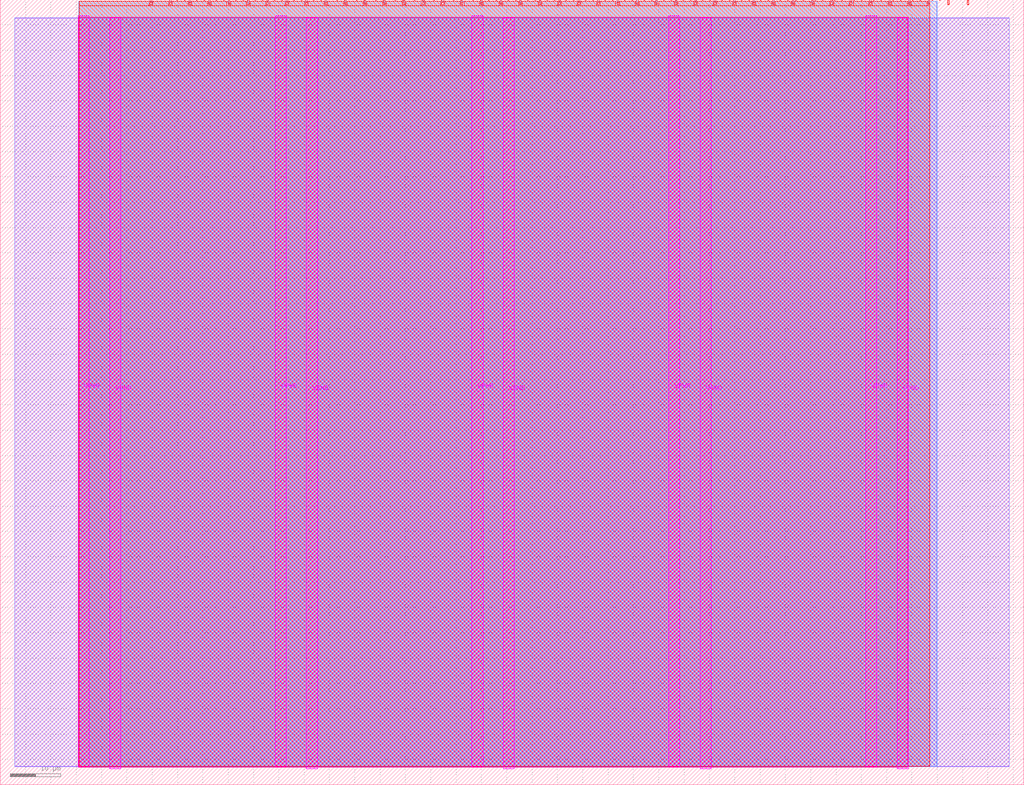
<source format=lef>
VERSION 5.7 ;
  NOWIREEXTENSIONATPIN ON ;
  DIVIDERCHAR "/" ;
  BUSBITCHARS "[]" ;
MACRO tt_um_wokwi_450492214548484097
  CLASS BLOCK ;
  FOREIGN tt_um_wokwi_450492214548484097 ;
  ORIGIN 0.000 0.000 ;
  SIZE 202.080 BY 154.980 ;
  PIN VGND
    DIRECTION INOUT ;
    USE GROUND ;
    PORT
      LAYER TopMetal1 ;
        RECT 21.580 3.150 23.780 151.420 ;
    END
    PORT
      LAYER TopMetal1 ;
        RECT 60.450 3.150 62.650 151.420 ;
    END
    PORT
      LAYER TopMetal1 ;
        RECT 99.320 3.150 101.520 151.420 ;
    END
    PORT
      LAYER TopMetal1 ;
        RECT 138.190 3.150 140.390 151.420 ;
    END
    PORT
      LAYER TopMetal1 ;
        RECT 177.060 3.150 179.260 151.420 ;
    END
  END VGND
  PIN VPWR
    DIRECTION INOUT ;
    USE POWER ;
    PORT
      LAYER TopMetal1 ;
        RECT 15.380 3.560 17.580 151.830 ;
    END
    PORT
      LAYER TopMetal1 ;
        RECT 54.250 3.560 56.450 151.830 ;
    END
    PORT
      LAYER TopMetal1 ;
        RECT 93.120 3.560 95.320 151.830 ;
    END
    PORT
      LAYER TopMetal1 ;
        RECT 131.990 3.560 134.190 151.830 ;
    END
    PORT
      LAYER TopMetal1 ;
        RECT 170.860 3.560 173.060 151.830 ;
    END
  END VPWR
  PIN clk
    DIRECTION INPUT ;
    USE SIGNAL ;
    PORT
      LAYER Metal4 ;
        RECT 187.050 153.980 187.350 154.980 ;
    END
  END clk
  PIN ena
    DIRECTION INPUT ;
    USE SIGNAL ;
    PORT
      LAYER Metal4 ;
        RECT 190.890 153.980 191.190 154.980 ;
    END
  END ena
  PIN rst_n
    DIRECTION INPUT ;
    USE SIGNAL ;
    ANTENNAGATEAREA 0.180700 ;
    PORT
      LAYER Metal4 ;
        RECT 183.210 153.980 183.510 154.980 ;
    END
  END rst_n
  PIN ui_in[0]
    DIRECTION INPUT ;
    USE SIGNAL ;
    ANTENNAGATEAREA 0.180700 ;
    PORT
      LAYER Metal4 ;
        RECT 179.370 153.980 179.670 154.980 ;
    END
  END ui_in[0]
  PIN ui_in[1]
    DIRECTION INPUT ;
    USE SIGNAL ;
    ANTENNAGATEAREA 0.180700 ;
    PORT
      LAYER Metal4 ;
        RECT 175.530 153.980 175.830 154.980 ;
    END
  END ui_in[1]
  PIN ui_in[2]
    DIRECTION INPUT ;
    USE SIGNAL ;
    ANTENNAGATEAREA 0.180700 ;
    PORT
      LAYER Metal4 ;
        RECT 171.690 153.980 171.990 154.980 ;
    END
  END ui_in[2]
  PIN ui_in[3]
    DIRECTION INPUT ;
    USE SIGNAL ;
    ANTENNAGATEAREA 0.180700 ;
    PORT
      LAYER Metal4 ;
        RECT 167.850 153.980 168.150 154.980 ;
    END
  END ui_in[3]
  PIN ui_in[4]
    DIRECTION INPUT ;
    USE SIGNAL ;
    ANTENNAGATEAREA 0.180700 ;
    PORT
      LAYER Metal4 ;
        RECT 164.010 153.980 164.310 154.980 ;
    END
  END ui_in[4]
  PIN ui_in[5]
    DIRECTION INPUT ;
    USE SIGNAL ;
    ANTENNAGATEAREA 0.180700 ;
    PORT
      LAYER Metal4 ;
        RECT 160.170 153.980 160.470 154.980 ;
    END
  END ui_in[5]
  PIN ui_in[6]
    DIRECTION INPUT ;
    USE SIGNAL ;
    ANTENNAGATEAREA 0.180700 ;
    PORT
      LAYER Metal4 ;
        RECT 156.330 153.980 156.630 154.980 ;
    END
  END ui_in[6]
  PIN ui_in[7]
    DIRECTION INPUT ;
    USE SIGNAL ;
    ANTENNAGATEAREA 0.180700 ;
    PORT
      LAYER Metal4 ;
        RECT 152.490 153.980 152.790 154.980 ;
    END
  END ui_in[7]
  PIN uio_in[0]
    DIRECTION INPUT ;
    USE SIGNAL ;
    PORT
      LAYER Metal4 ;
        RECT 148.650 153.980 148.950 154.980 ;
    END
  END uio_in[0]
  PIN uio_in[1]
    DIRECTION INPUT ;
    USE SIGNAL ;
    PORT
      LAYER Metal4 ;
        RECT 144.810 153.980 145.110 154.980 ;
    END
  END uio_in[1]
  PIN uio_in[2]
    DIRECTION INPUT ;
    USE SIGNAL ;
    PORT
      LAYER Metal4 ;
        RECT 140.970 153.980 141.270 154.980 ;
    END
  END uio_in[2]
  PIN uio_in[3]
    DIRECTION INPUT ;
    USE SIGNAL ;
    PORT
      LAYER Metal4 ;
        RECT 137.130 153.980 137.430 154.980 ;
    END
  END uio_in[3]
  PIN uio_in[4]
    DIRECTION INPUT ;
    USE SIGNAL ;
    PORT
      LAYER Metal4 ;
        RECT 133.290 153.980 133.590 154.980 ;
    END
  END uio_in[4]
  PIN uio_in[5]
    DIRECTION INPUT ;
    USE SIGNAL ;
    PORT
      LAYER Metal4 ;
        RECT 129.450 153.980 129.750 154.980 ;
    END
  END uio_in[5]
  PIN uio_in[6]
    DIRECTION INPUT ;
    USE SIGNAL ;
    PORT
      LAYER Metal4 ;
        RECT 125.610 153.980 125.910 154.980 ;
    END
  END uio_in[6]
  PIN uio_in[7]
    DIRECTION INPUT ;
    USE SIGNAL ;
    PORT
      LAYER Metal4 ;
        RECT 121.770 153.980 122.070 154.980 ;
    END
  END uio_in[7]
  PIN uio_oe[0]
    DIRECTION OUTPUT ;
    USE SIGNAL ;
    ANTENNADIFFAREA 0.299200 ;
    PORT
      LAYER Metal4 ;
        RECT 56.490 153.980 56.790 154.980 ;
    END
  END uio_oe[0]
  PIN uio_oe[1]
    DIRECTION OUTPUT ;
    USE SIGNAL ;
    ANTENNADIFFAREA 0.299200 ;
    PORT
      LAYER Metal4 ;
        RECT 52.650 153.980 52.950 154.980 ;
    END
  END uio_oe[1]
  PIN uio_oe[2]
    DIRECTION OUTPUT ;
    USE SIGNAL ;
    ANTENNADIFFAREA 0.299200 ;
    PORT
      LAYER Metal4 ;
        RECT 48.810 153.980 49.110 154.980 ;
    END
  END uio_oe[2]
  PIN uio_oe[3]
    DIRECTION OUTPUT ;
    USE SIGNAL ;
    ANTENNADIFFAREA 0.299200 ;
    PORT
      LAYER Metal4 ;
        RECT 44.970 153.980 45.270 154.980 ;
    END
  END uio_oe[3]
  PIN uio_oe[4]
    DIRECTION OUTPUT ;
    USE SIGNAL ;
    ANTENNADIFFAREA 0.299200 ;
    PORT
      LAYER Metal4 ;
        RECT 41.130 153.980 41.430 154.980 ;
    END
  END uio_oe[4]
  PIN uio_oe[5]
    DIRECTION OUTPUT ;
    USE SIGNAL ;
    ANTENNADIFFAREA 0.299200 ;
    PORT
      LAYER Metal4 ;
        RECT 37.290 153.980 37.590 154.980 ;
    END
  END uio_oe[5]
  PIN uio_oe[6]
    DIRECTION OUTPUT ;
    USE SIGNAL ;
    ANTENNADIFFAREA 0.299200 ;
    PORT
      LAYER Metal4 ;
        RECT 33.450 153.980 33.750 154.980 ;
    END
  END uio_oe[6]
  PIN uio_oe[7]
    DIRECTION OUTPUT ;
    USE SIGNAL ;
    ANTENNADIFFAREA 0.299200 ;
    PORT
      LAYER Metal4 ;
        RECT 29.610 153.980 29.910 154.980 ;
    END
  END uio_oe[7]
  PIN uio_out[0]
    DIRECTION OUTPUT ;
    USE SIGNAL ;
    ANTENNADIFFAREA 0.299200 ;
    PORT
      LAYER Metal4 ;
        RECT 87.210 153.980 87.510 154.980 ;
    END
  END uio_out[0]
  PIN uio_out[1]
    DIRECTION OUTPUT ;
    USE SIGNAL ;
    ANTENNADIFFAREA 0.299200 ;
    PORT
      LAYER Metal4 ;
        RECT 83.370 153.980 83.670 154.980 ;
    END
  END uio_out[1]
  PIN uio_out[2]
    DIRECTION OUTPUT ;
    USE SIGNAL ;
    ANTENNADIFFAREA 0.299200 ;
    PORT
      LAYER Metal4 ;
        RECT 79.530 153.980 79.830 154.980 ;
    END
  END uio_out[2]
  PIN uio_out[3]
    DIRECTION OUTPUT ;
    USE SIGNAL ;
    ANTENNADIFFAREA 0.299200 ;
    PORT
      LAYER Metal4 ;
        RECT 75.690 153.980 75.990 154.980 ;
    END
  END uio_out[3]
  PIN uio_out[4]
    DIRECTION OUTPUT ;
    USE SIGNAL ;
    ANTENNADIFFAREA 0.299200 ;
    PORT
      LAYER Metal4 ;
        RECT 71.850 153.980 72.150 154.980 ;
    END
  END uio_out[4]
  PIN uio_out[5]
    DIRECTION OUTPUT ;
    USE SIGNAL ;
    ANTENNADIFFAREA 0.299200 ;
    PORT
      LAYER Metal4 ;
        RECT 68.010 153.980 68.310 154.980 ;
    END
  END uio_out[5]
  PIN uio_out[6]
    DIRECTION OUTPUT ;
    USE SIGNAL ;
    ANTENNADIFFAREA 0.299200 ;
    PORT
      LAYER Metal4 ;
        RECT 64.170 153.980 64.470 154.980 ;
    END
  END uio_out[6]
  PIN uio_out[7]
    DIRECTION OUTPUT ;
    USE SIGNAL ;
    ANTENNADIFFAREA 0.299200 ;
    PORT
      LAYER Metal4 ;
        RECT 60.330 153.980 60.630 154.980 ;
    END
  END uio_out[7]
  PIN uo_out[0]
    DIRECTION OUTPUT ;
    USE SIGNAL ;
    ANTENNADIFFAREA 0.708600 ;
    PORT
      LAYER Metal4 ;
        RECT 117.930 153.980 118.230 154.980 ;
    END
  END uo_out[0]
  PIN uo_out[1]
    DIRECTION OUTPUT ;
    USE SIGNAL ;
    ANTENNADIFFAREA 0.708600 ;
    PORT
      LAYER Metal4 ;
        RECT 114.090 153.980 114.390 154.980 ;
    END
  END uo_out[1]
  PIN uo_out[2]
    DIRECTION OUTPUT ;
    USE SIGNAL ;
    ANTENNADIFFAREA 0.708600 ;
    PORT
      LAYER Metal4 ;
        RECT 110.250 153.980 110.550 154.980 ;
    END
  END uo_out[2]
  PIN uo_out[3]
    DIRECTION OUTPUT ;
    USE SIGNAL ;
    ANTENNADIFFAREA 0.708600 ;
    PORT
      LAYER Metal4 ;
        RECT 106.410 153.980 106.710 154.980 ;
    END
  END uo_out[3]
  PIN uo_out[4]
    DIRECTION OUTPUT ;
    USE SIGNAL ;
    ANTENNADIFFAREA 0.708600 ;
    PORT
      LAYER Metal4 ;
        RECT 102.570 153.980 102.870 154.980 ;
    END
  END uo_out[4]
  PIN uo_out[5]
    DIRECTION OUTPUT ;
    USE SIGNAL ;
    ANTENNADIFFAREA 0.708600 ;
    PORT
      LAYER Metal4 ;
        RECT 98.730 153.980 99.030 154.980 ;
    END
  END uo_out[5]
  PIN uo_out[6]
    DIRECTION OUTPUT ;
    USE SIGNAL ;
    ANTENNADIFFAREA 0.708600 ;
    PORT
      LAYER Metal4 ;
        RECT 94.890 153.980 95.190 154.980 ;
    END
  END uo_out[6]
  PIN uo_out[7]
    DIRECTION OUTPUT ;
    USE SIGNAL ;
    ANTENNADIFFAREA 0.299200 ;
    PORT
      LAYER Metal4 ;
        RECT 91.050 153.980 91.350 154.980 ;
    END
  END uo_out[7]
  OBS
      LAYER GatPoly ;
        RECT 2.880 3.630 199.200 151.350 ;
      LAYER Metal1 ;
        RECT 2.880 3.560 199.200 151.420 ;
      LAYER Metal2 ;
        RECT 15.560 3.635 184.905 154.705 ;
      LAYER Metal3 ;
        RECT 15.515 3.680 184.945 154.665 ;
      LAYER Metal4 ;
        RECT 15.560 153.770 29.400 154.705 ;
        RECT 30.120 153.770 33.240 154.705 ;
        RECT 33.960 153.770 37.080 154.705 ;
        RECT 37.800 153.770 40.920 154.705 ;
        RECT 41.640 153.770 44.760 154.705 ;
        RECT 45.480 153.770 48.600 154.705 ;
        RECT 49.320 153.770 52.440 154.705 ;
        RECT 53.160 153.770 56.280 154.705 ;
        RECT 57.000 153.770 60.120 154.705 ;
        RECT 60.840 153.770 63.960 154.705 ;
        RECT 64.680 153.770 67.800 154.705 ;
        RECT 68.520 153.770 71.640 154.705 ;
        RECT 72.360 153.770 75.480 154.705 ;
        RECT 76.200 153.770 79.320 154.705 ;
        RECT 80.040 153.770 83.160 154.705 ;
        RECT 83.880 153.770 87.000 154.705 ;
        RECT 87.720 153.770 90.840 154.705 ;
        RECT 91.560 153.770 94.680 154.705 ;
        RECT 95.400 153.770 98.520 154.705 ;
        RECT 99.240 153.770 102.360 154.705 ;
        RECT 103.080 153.770 106.200 154.705 ;
        RECT 106.920 153.770 110.040 154.705 ;
        RECT 110.760 153.770 113.880 154.705 ;
        RECT 114.600 153.770 117.720 154.705 ;
        RECT 118.440 153.770 121.560 154.705 ;
        RECT 122.280 153.770 125.400 154.705 ;
        RECT 126.120 153.770 129.240 154.705 ;
        RECT 129.960 153.770 133.080 154.705 ;
        RECT 133.800 153.770 136.920 154.705 ;
        RECT 137.640 153.770 140.760 154.705 ;
        RECT 141.480 153.770 144.600 154.705 ;
        RECT 145.320 153.770 148.440 154.705 ;
        RECT 149.160 153.770 152.280 154.705 ;
        RECT 153.000 153.770 156.120 154.705 ;
        RECT 156.840 153.770 159.960 154.705 ;
        RECT 160.680 153.770 163.800 154.705 ;
        RECT 164.520 153.770 167.640 154.705 ;
        RECT 168.360 153.770 171.480 154.705 ;
        RECT 172.200 153.770 175.320 154.705 ;
        RECT 176.040 153.770 179.160 154.705 ;
        RECT 179.880 153.770 183.000 154.705 ;
        RECT 15.560 3.635 183.460 153.770 ;
      LAYER Metal5 ;
        RECT 15.515 3.470 179.125 151.510 ;
  END
END tt_um_wokwi_450492214548484097
END LIBRARY


</source>
